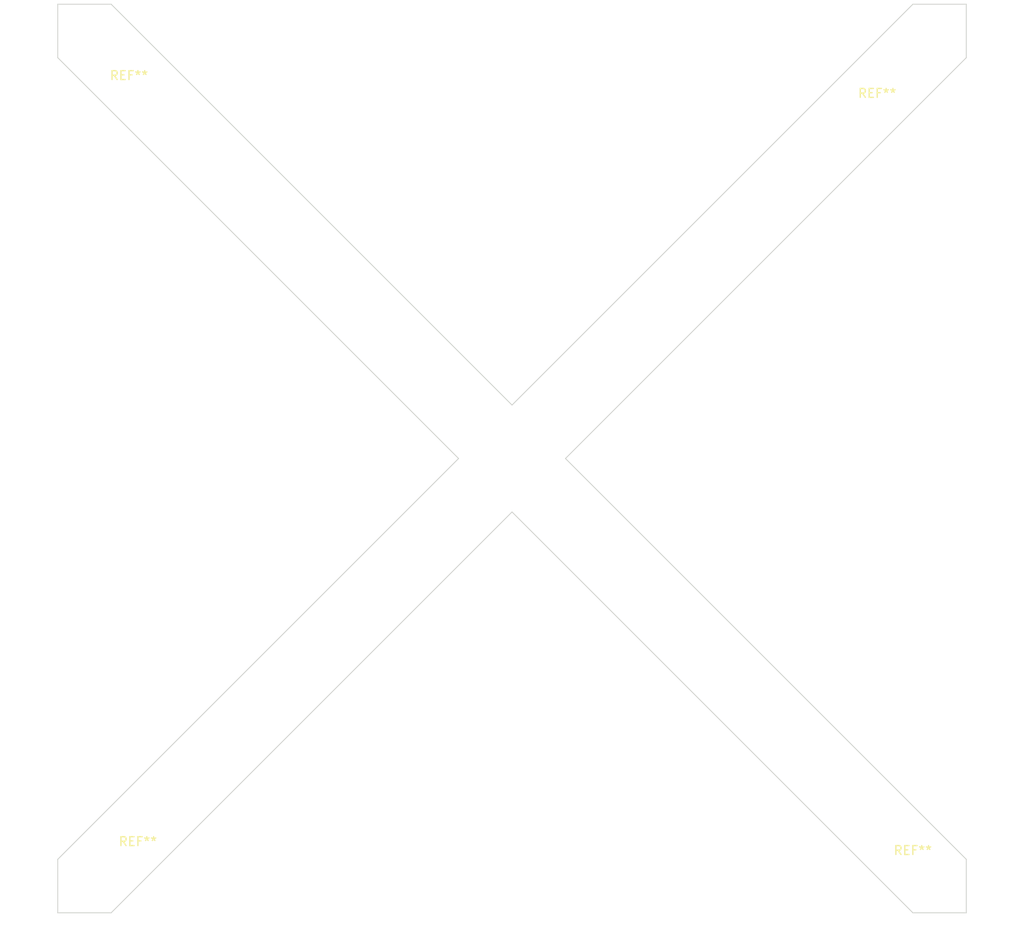
<source format=kicad_pcb>
(kicad_pcb (version 20211014) (generator pcbnew)
  (layers (0 "F.Cu" signal) (31 "B.Cu" signal) (34 "B.Paste" user) (35 "F.Paste" user) (36 "B.SilkS" user "B.Silkscreen") (37 "F.SilkS" user "F.Silkscreen") (38 "B.Mask" user) (39 "F.Mask" user) (44 "Edge.Cuts" user))
  (net 0 "")
  (footprint "MountingHole:MountingHole_3.2mm_M3" (layer "F.Cu") (at 103 63)
    (fp_text reference "REF**" (at 5 5) (layer "F.SilkS"))
    (fp_text value "MountingHole_3.2mm_M3")
    (pad "" np_thru_hole circle (at 0 0) (size 3.2 3.2) (drill 3.2) (layers *.Cu *.Mask))
  )
  (footprint "MountingHole:MountingHole_3.2mm_M3" (layer "F.Cu") (at 199 63)
    (fp_text reference "REF**" (at -7 7) (layer "F.SilkS"))
    (fp_text value "MountingHole_3.2mm_M3")
    (pad "" np_thru_hole circle (at 0 0) (size 3.2 3.2) (drill 3.2) (layers *.Cu *.Mask))
  )
  (footprint "MountingHole:MountingHole_3.2mm_M3" (layer "F.Cu") (at 103 159)
    (fp_text reference "REF**" (at 6 -5) (layer "F.SilkS"))
    (fp_text value "MountingHole_3.2mm_M3")
    (pad "" np_thru_hole circle (at 0 0) (size 3.2 3.2) (drill 3.2) (layers *.Cu *.Mask))
  )
  (footprint "MountingHole:MountingHole_3.2mm_M3" (layer "F.Cu") (at 199 159)
    (fp_text reference "REF**" (at -3 -4) (layer "F.SilkS"))
    (fp_text value "MountingHole_3.2mm_M3")
    (pad "" np_thru_hole circle (at 0 0) (size 3.2 3.2) (drill 3.2) (layers *.Cu *.Mask))
  )
  (gr_line (start 202 60.000002) (end 196.000001 60) (layer "Edge.Cuts") (width 0.1))
  (gr_line (start 100.000002 60) (end 100 65.999999) (layer "Edge.Cuts") (width 0.1))
  (gr_line (start 106 162) (end 151 117) (layer "Edge.Cuts") (width 0.1))
  (gr_line (start 202 66) (end 202.000001 60) (layer "Edge.Cuts") (width 0.1))
  (gr_line (start 100.000001 156) (end 100 162) (layer "Edge.Cuts") (width 0.1))
  (gr_line (start 196 162) (end 202 162) (layer "Edge.Cuts") (width 0.1))
  (gr_line (start 202 162) (end 202 156) (layer "Edge.Cuts") (width 0.1))
  (gr_line (start 100 65.999999) (end 145 111) (layer "Edge.Cuts") (width 0.1))
  (gr_line (start 145 111) (end 100.000001 156) (layer "Edge.Cuts") (width 0.1))
  (gr_line (start 196.000001 60) (end 151 105) (layer "Edge.Cuts") (width 0.1))
  (gr_line (start 106 60.000001) (end 100 60) (layer "Edge.Cuts") (width 0.1))
  (gr_line (start 151 105) (end 106 60.000001) (layer "Edge.Cuts") (width 0.1))
  (gr_line (start 151 117) (end 196 162) (layer "Edge.Cuts") (width 0.1))
  (gr_line (start 157 111) (end 202 66) (layer "Edge.Cuts") (width 0.1))
  (gr_line (start 100 162) (end 106 162) (layer "Edge.Cuts") (width 0.1))
  (gr_line (start 202 156) (end 157 111) (layer "Edge.Cuts") (width 0.1))
)
</source>
